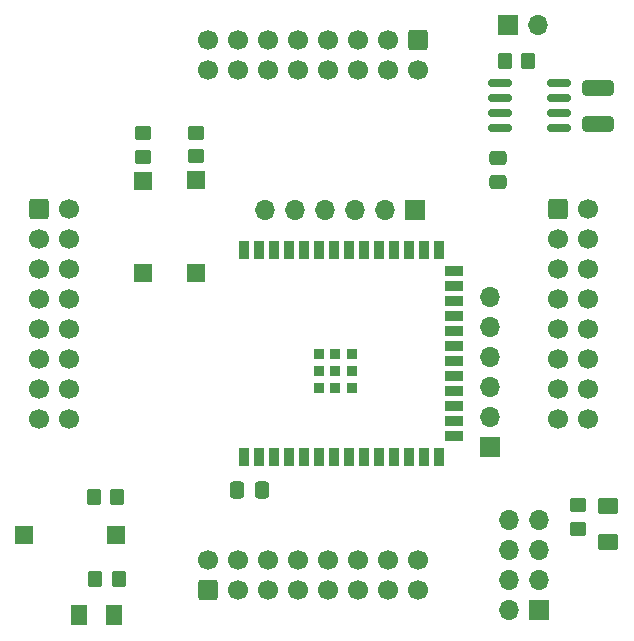
<source format=gbr>
%TF.GenerationSoftware,KiCad,Pcbnew,6.0.11+dfsg-1~bpo11+1*%
%TF.CreationDate,2023-05-15T10:42:25+02:00*%
%TF.ProjectId,dvert_12,64766572-745f-4313-922e-6b696361645f,rev?*%
%TF.SameCoordinates,Original*%
%TF.FileFunction,Soldermask,Top*%
%TF.FilePolarity,Negative*%
%FSLAX46Y46*%
G04 Gerber Fmt 4.6, Leading zero omitted, Abs format (unit mm)*
G04 Created by KiCad (PCBNEW 6.0.11+dfsg-1~bpo11+1) date 2023-05-15 10:42:25*
%MOMM*%
%LPD*%
G01*
G04 APERTURE LIST*
G04 Aperture macros list*
%AMRoundRect*
0 Rectangle with rounded corners*
0 $1 Rounding radius*
0 $2 $3 $4 $5 $6 $7 $8 $9 X,Y pos of 4 corners*
0 Add a 4 corners polygon primitive as box body*
4,1,4,$2,$3,$4,$5,$6,$7,$8,$9,$2,$3,0*
0 Add four circle primitives for the rounded corners*
1,1,$1+$1,$2,$3*
1,1,$1+$1,$4,$5*
1,1,$1+$1,$6,$7*
1,1,$1+$1,$8,$9*
0 Add four rect primitives between the rounded corners*
20,1,$1+$1,$2,$3,$4,$5,0*
20,1,$1+$1,$4,$5,$6,$7,0*
20,1,$1+$1,$6,$7,$8,$9,0*
20,1,$1+$1,$8,$9,$2,$3,0*%
G04 Aperture macros list end*
%ADD10RoundRect,0.250000X0.450000X-0.350000X0.450000X0.350000X-0.450000X0.350000X-0.450000X-0.350000X0*%
%ADD11RoundRect,0.150000X-0.825000X-0.150000X0.825000X-0.150000X0.825000X0.150000X-0.825000X0.150000X0*%
%ADD12RoundRect,0.250000X0.350000X0.450000X-0.350000X0.450000X-0.350000X-0.450000X0.350000X-0.450000X0*%
%ADD13RoundRect,0.250000X-0.600000X-0.600000X0.600000X-0.600000X0.600000X0.600000X-0.600000X0.600000X0*%
%ADD14C,1.700000*%
%ADD15R,0.900000X1.500000*%
%ADD16R,1.500000X0.900000*%
%ADD17R,0.900000X0.900000*%
%ADD18RoundRect,0.250000X-1.075000X0.400000X-1.075000X-0.400000X1.075000X-0.400000X1.075000X0.400000X0*%
%ADD19RoundRect,0.250000X0.600000X-0.600000X0.600000X0.600000X-0.600000X0.600000X-0.600000X-0.600000X0*%
%ADD20RoundRect,0.250000X-0.337500X-0.475000X0.337500X-0.475000X0.337500X0.475000X-0.337500X0.475000X0*%
%ADD21R,1.700000X1.700000*%
%ADD22O,1.700000X1.700000*%
%ADD23RoundRect,0.250000X-0.600000X0.600000X-0.600000X-0.600000X0.600000X-0.600000X0.600000X0.600000X0*%
%ADD24RoundRect,0.250000X0.475000X-0.337500X0.475000X0.337500X-0.475000X0.337500X-0.475000X-0.337500X0*%
%ADD25RoundRect,0.250001X-0.462499X-0.624999X0.462499X-0.624999X0.462499X0.624999X-0.462499X0.624999X0*%
%ADD26R,1.500000X1.500000*%
%ADD27RoundRect,0.250000X-0.450000X0.350000X-0.450000X-0.350000X0.450000X-0.350000X0.450000X0.350000X0*%
%ADD28RoundRect,0.250001X0.624999X-0.462499X0.624999X0.462499X-0.624999X0.462499X-0.624999X-0.462499X0*%
G04 APERTURE END LIST*
D10*
%TO.C,R2*%
X128590000Y-79630000D03*
X128590000Y-77630000D03*
%TD*%
D11*
%TO.C,U2*%
X158825000Y-73395000D03*
X158825000Y-74665000D03*
X158825000Y-75935000D03*
X158825000Y-77205000D03*
X163775000Y-77205000D03*
X163775000Y-75935000D03*
X163775000Y-74665000D03*
X163775000Y-73395000D03*
%TD*%
D12*
%TO.C,R3*%
X126410000Y-108470000D03*
X124410000Y-108470000D03*
%TD*%
D13*
%TO.C,J4*%
X163750000Y-84100000D03*
D14*
X166290000Y-84100000D03*
X163750000Y-86640000D03*
X166290000Y-86640000D03*
X163750000Y-89180000D03*
X166290000Y-89180000D03*
X163750000Y-91720000D03*
X166290000Y-91720000D03*
X163750000Y-94260000D03*
X166290000Y-94260000D03*
X163750000Y-96800000D03*
X166290000Y-96800000D03*
X163750000Y-99340000D03*
X166290000Y-99340000D03*
X163750000Y-101880000D03*
X166290000Y-101880000D03*
%TD*%
D15*
%TO.C,U1*%
X137120000Y-105030000D03*
X138390000Y-105030000D03*
X139660000Y-105030000D03*
X140930000Y-105030000D03*
X142200000Y-105030000D03*
X143470000Y-105030000D03*
X144740000Y-105030000D03*
X146010000Y-105030000D03*
X147280000Y-105030000D03*
X148550000Y-105030000D03*
X149820000Y-105030000D03*
X151090000Y-105030000D03*
X152360000Y-105030000D03*
X153630000Y-105030000D03*
D16*
X154880000Y-103265000D03*
X154880000Y-101995000D03*
X154880000Y-100725000D03*
X154880000Y-99455000D03*
X154880000Y-98185000D03*
X154880000Y-96915000D03*
X154880000Y-95645000D03*
X154880000Y-94375000D03*
X154880000Y-93105000D03*
X154880000Y-91835000D03*
X154880000Y-90565000D03*
X154880000Y-89295000D03*
D15*
X153630000Y-87530000D03*
X152360000Y-87530000D03*
X151090000Y-87530000D03*
X149820000Y-87530000D03*
X148550000Y-87530000D03*
X147280000Y-87530000D03*
X146010000Y-87530000D03*
X144740000Y-87530000D03*
X143470000Y-87530000D03*
X142200000Y-87530000D03*
X140930000Y-87530000D03*
X139660000Y-87530000D03*
X138390000Y-87530000D03*
X137120000Y-87530000D03*
D17*
X144840000Y-97780000D03*
X144840000Y-99180000D03*
X143440000Y-97780000D03*
X146240000Y-96380000D03*
X146240000Y-97780000D03*
X143440000Y-99180000D03*
X146240000Y-99180000D03*
X143440000Y-96380000D03*
X144840000Y-96380000D03*
%TD*%
D18*
%TO.C,R11*%
X167100000Y-73800000D03*
X167100000Y-76900000D03*
%TD*%
D19*
%TO.C,J2*%
X134100000Y-116300000D03*
D14*
X134100000Y-113760000D03*
X136640000Y-116300000D03*
X136640000Y-113760000D03*
X139180000Y-116300000D03*
X139180000Y-113760000D03*
X141720000Y-116300000D03*
X141720000Y-113760000D03*
X144260000Y-116300000D03*
X144260000Y-113760000D03*
X146800000Y-116300000D03*
X146800000Y-113760000D03*
X149340000Y-116300000D03*
X149340000Y-113760000D03*
X151880000Y-116300000D03*
X151880000Y-113760000D03*
%TD*%
D20*
%TO.C,C1*%
X136555000Y-107820000D03*
X138630000Y-107820000D03*
%TD*%
D21*
%TO.C,J7*%
X159460000Y-68500000D03*
D22*
X162000000Y-68500000D03*
%TD*%
D23*
%TO.C,J1*%
X151890000Y-69747500D03*
D14*
X151890000Y-72287500D03*
X149350000Y-69747500D03*
X149350000Y-72287500D03*
X146810000Y-69747500D03*
X146810000Y-72287500D03*
X144270000Y-69747500D03*
X144270000Y-72287500D03*
X141730000Y-69747500D03*
X141730000Y-72287500D03*
X139190000Y-69747500D03*
X139190000Y-72287500D03*
X136650000Y-69747500D03*
X136650000Y-72287500D03*
X134110000Y-69747500D03*
X134110000Y-72287500D03*
%TD*%
D24*
%TO.C,C2*%
X158610000Y-81815000D03*
X158610000Y-79740000D03*
%TD*%
D21*
%TO.C,J6*%
X157985000Y-104245000D03*
D22*
X157985000Y-101705000D03*
X157985000Y-99165000D03*
X157985000Y-96625000D03*
X157985000Y-94085000D03*
X157985000Y-91545000D03*
%TD*%
D25*
%TO.C,D1*%
X123175000Y-118470000D03*
X126150000Y-118470000D03*
%TD*%
D26*
%TO.C,SW2*%
X128590000Y-89450000D03*
X128590000Y-81650000D03*
%TD*%
%TO.C,SW1*%
X133040000Y-89440000D03*
X133040000Y-81640000D03*
%TD*%
D21*
%TO.C,J5*%
X151585000Y-84115000D03*
D22*
X149045000Y-84115000D03*
X146505000Y-84115000D03*
X143965000Y-84115000D03*
X141425000Y-84115000D03*
X138885000Y-84115000D03*
%TD*%
D10*
%TO.C,R1*%
X133030000Y-79610000D03*
X133030000Y-77610000D03*
%TD*%
D21*
%TO.C,J8*%
X162100000Y-118000000D03*
D22*
X159560000Y-118000000D03*
X162100000Y-115460000D03*
X159560000Y-115460000D03*
X162100000Y-112920000D03*
X159560000Y-112920000D03*
X162100000Y-110380000D03*
X159560000Y-110380000D03*
%TD*%
D13*
%TO.C,J3*%
X119760000Y-84080000D03*
D14*
X122300000Y-84080000D03*
X119760000Y-86620000D03*
X122300000Y-86620000D03*
X119760000Y-89160000D03*
X122300000Y-89160000D03*
X119760000Y-91700000D03*
X122300000Y-91700000D03*
X119760000Y-94240000D03*
X122300000Y-94240000D03*
X119760000Y-96780000D03*
X122300000Y-96780000D03*
X119760000Y-99320000D03*
X122300000Y-99320000D03*
X119760000Y-101860000D03*
X122300000Y-101860000D03*
%TD*%
D27*
%TO.C,R9*%
X165430000Y-109150000D03*
X165430000Y-111150000D03*
%TD*%
D28*
%TO.C,D2*%
X167980000Y-112225000D03*
X167980000Y-109250000D03*
%TD*%
D12*
%TO.C,R8*%
X126520000Y-115410000D03*
X124520000Y-115410000D03*
%TD*%
D26*
%TO.C,SW3*%
X118500000Y-111700000D03*
X126300000Y-111700000D03*
%TD*%
D12*
%TO.C,R10*%
X161200000Y-71500000D03*
X159200000Y-71500000D03*
%TD*%
M02*

</source>
